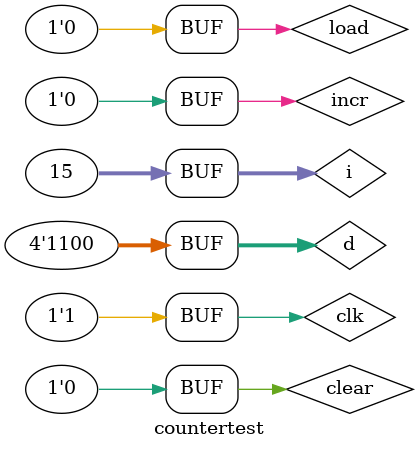
<source format=v>
`timescale 1ns / 1ps


module countertest;

	// Inputs
	reg [3:0] d;
	reg clk;
	reg load;
	reg clear;
	reg incr;

	// Outputs
	wire [3:0] q;

	// Instantiate the Unit Under Test (UUT)
	upcounter uut (
		.d(d), 
		.clk(clk), 
		.load(load), 
		.clear(clear), 
		.incr(incr), 
		.q(q)
	);
   integer i;
	initial begin
		// Initialize Inputs
		d = 12;
		clk = 0;
		load = 1;
		clear = 1;
		incr = 1;
     for (i=0; i<=14; i = i+1)
	  begin
	  #10
	  clk<=(clk+1)%2;
	  if(i>1)
	  begin
	  clear=0;
	  end
	  if(i>3&i!=7&i!=8)
	  begin
	  load=0;
	  end
	  else
	  begin
	  load=1;
	  end
	  if(i>13)
	  begin
	  incr=0;
	  end
	  end
	end
      
endmodule


</source>
